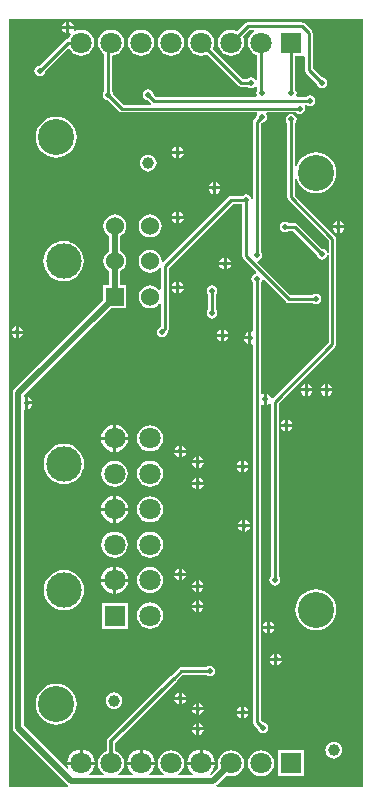
<source format=gbl>
G04*
G04 #@! TF.GenerationSoftware,Altium Limited,Altium Designer,20.0.11 (256)*
G04*
G04 Layer_Physical_Order=2*
G04 Layer_Color=16711680*
%FSLAX44Y44*%
%MOMM*%
G71*
G01*
G75*
%ADD11C,0.2500*%
%ADD13C,0.3000*%
%ADD14C,1.0000*%
%ADD33C,0.5000*%
%ADD37C,3.0480*%
%ADD38C,3.0000*%
%ADD39R,1.5300X1.5300*%
%ADD40C,1.5300*%
%ADD41R,1.8000X1.8000*%
%ADD42C,1.8000*%
%ADD43R,1.8000X1.8000*%
%ADD44C,0.5000*%
G36*
X300000Y0D02*
X176003D01*
X175618Y1270D01*
X176344Y1756D01*
X184269Y9681D01*
X185228Y9283D01*
X188100Y8905D01*
X190972Y9283D01*
X193647Y10391D01*
X195945Y12155D01*
X197708Y14453D01*
X198817Y17128D01*
X199195Y20000D01*
X198817Y22872D01*
X197708Y25547D01*
X195945Y27845D01*
X193647Y29609D01*
X190972Y30717D01*
X188100Y31095D01*
X185228Y30717D01*
X182553Y29609D01*
X180255Y27845D01*
X178491Y25547D01*
X177383Y22872D01*
X177005Y20000D01*
X177383Y17128D01*
X177780Y16169D01*
X171360Y9749D01*
X170521Y9855D01*
X170113Y11142D01*
X170930Y11770D01*
X172780Y14180D01*
X173943Y16988D01*
X174172Y18730D01*
X151228D01*
X151457Y16988D01*
X152620Y14180D01*
X154470Y11770D01*
X155657Y10858D01*
X155226Y9588D01*
X143887D01*
X143455Y10858D01*
X145145Y12155D01*
X146909Y14453D01*
X148017Y17128D01*
X148395Y20000D01*
X148017Y22872D01*
X146909Y25547D01*
X145145Y27845D01*
X142847Y29609D01*
X140172Y30717D01*
X137300Y31095D01*
X134428Y30717D01*
X131753Y29609D01*
X129455Y27845D01*
X127691Y25547D01*
X126583Y22872D01*
X126205Y20000D01*
X126583Y17128D01*
X127691Y14453D01*
X129455Y12155D01*
X131145Y10858D01*
X130713Y9588D01*
X119374D01*
X118943Y10858D01*
X120130Y11770D01*
X121980Y14180D01*
X123143Y16988D01*
X123372Y18730D01*
X100428D01*
X100657Y16988D01*
X101820Y14180D01*
X103670Y11770D01*
X104857Y10858D01*
X104426Y9588D01*
X93087D01*
X92655Y10858D01*
X94345Y12155D01*
X96109Y14453D01*
X97217Y17128D01*
X97595Y20000D01*
X97217Y22872D01*
X96109Y25547D01*
X94345Y27845D01*
X92048Y29609D01*
X90069Y30428D01*
Y37022D01*
X142023Y88977D01*
X142749Y90063D01*
X147373Y94686D01*
X166859D01*
X168244Y93761D01*
X170000Y93412D01*
X171756Y93761D01*
X173244Y94756D01*
X174239Y96244D01*
X174588Y98000D01*
X174239Y99756D01*
X173244Y101244D01*
X171756Y102239D01*
X170000Y102588D01*
X168244Y102239D01*
X166859Y101314D01*
X146000D01*
X144732Y101061D01*
X143657Y100343D01*
X138063Y94749D01*
X136977Y94023D01*
X83977Y41023D01*
X83203Y39866D01*
X82931Y38500D01*
Y30428D01*
X80953Y29609D01*
X78655Y27845D01*
X76891Y25547D01*
X75783Y22872D01*
X75405Y20000D01*
X75783Y17128D01*
X76891Y14453D01*
X78655Y12155D01*
X80344Y10858D01*
X79913Y9588D01*
X68574D01*
X68143Y10858D01*
X69330Y11770D01*
X71180Y14180D01*
X72343Y16988D01*
X72572Y18730D01*
X49628D01*
X49857Y16988D01*
X50253Y16032D01*
X49176Y15312D01*
X12588Y51901D01*
Y319139D01*
X13730Y319993D01*
Y325000D01*
Y330349D01*
X13110Y330823D01*
X13044Y331956D01*
X86439Y405350D01*
X99250D01*
Y424650D01*
X94188D01*
Y436455D01*
X94467Y436571D01*
X96482Y438117D01*
X98029Y440133D01*
X99002Y442481D01*
X99333Y445000D01*
X99002Y447519D01*
X98029Y449867D01*
X96482Y451883D01*
X94467Y453429D01*
X94188Y453545D01*
Y466455D01*
X94467Y466571D01*
X96482Y468118D01*
X98029Y470133D01*
X99002Y472481D01*
X99333Y475000D01*
X99002Y477519D01*
X98029Y479867D01*
X96482Y481883D01*
X94467Y483429D01*
X92119Y484402D01*
X89600Y484733D01*
X87081Y484402D01*
X84733Y483429D01*
X82718Y481883D01*
X81171Y479867D01*
X80198Y477519D01*
X79867Y475000D01*
X80198Y472481D01*
X81171Y470133D01*
X82718Y468118D01*
X84733Y466571D01*
X85012Y466455D01*
Y453545D01*
X84733Y453429D01*
X82718Y451883D01*
X81171Y449867D01*
X80198Y447519D01*
X79867Y445000D01*
X80198Y442481D01*
X81171Y440133D01*
X82718Y438117D01*
X84733Y436571D01*
X85012Y436455D01*
Y424650D01*
X79950D01*
Y411839D01*
X4756Y336644D01*
X3761Y335156D01*
X3412Y333400D01*
Y50000D01*
X3761Y48244D01*
X4756Y46756D01*
X49756Y1756D01*
X50483Y1270D01*
X50097Y0D01*
X0D01*
Y650000D01*
X300000D01*
Y0D01*
D02*
G37*
%LPC*%
G36*
X51270Y647886D02*
Y644270D01*
X54886D01*
X54748Y644967D01*
X53634Y646634D01*
X51967Y647748D01*
X51270Y647886D01*
D02*
G37*
G36*
X48730D02*
X48033Y647748D01*
X46366Y646634D01*
X45252Y644967D01*
X45114Y644270D01*
X48730D01*
Y647886D01*
D02*
G37*
G36*
X248000Y647314D02*
X202100D01*
X200832Y647061D01*
X199757Y646343D01*
X193205Y639792D01*
X190972Y640717D01*
X188100Y641095D01*
X185228Y640717D01*
X182553Y639608D01*
X180255Y637845D01*
X178491Y635547D01*
X177383Y632872D01*
X177005Y630000D01*
X177383Y627128D01*
X178491Y624453D01*
X180255Y622155D01*
X182553Y620392D01*
X185228Y619283D01*
X188100Y618905D01*
X190972Y619283D01*
X193647Y620392D01*
X195945Y622155D01*
X197708Y624453D01*
X198817Y627128D01*
X199195Y630000D01*
X198817Y632872D01*
X197892Y635105D01*
X203473Y640686D01*
X207442D01*
X207702Y639416D01*
X205655Y637845D01*
X203892Y635547D01*
X202783Y632872D01*
X202405Y630000D01*
X202783Y627128D01*
X203892Y624453D01*
X205655Y622155D01*
X207952Y620392D01*
X210186Y619466D01*
Y598624D01*
X208916Y598239D01*
X208244Y599244D01*
X206756Y600239D01*
X205000Y600588D01*
X203244Y600239D01*
X201859Y599314D01*
X198073D01*
X172492Y624895D01*
X173417Y627128D01*
X173795Y630000D01*
X173417Y632872D01*
X172309Y635547D01*
X170545Y637845D01*
X168248Y639608D01*
X165572Y640717D01*
X162700Y641095D01*
X159828Y640717D01*
X157153Y639608D01*
X154855Y637845D01*
X153091Y635547D01*
X151983Y632872D01*
X151605Y630000D01*
X151983Y627128D01*
X153091Y624453D01*
X154855Y622155D01*
X157153Y620392D01*
X159828Y619283D01*
X162700Y618905D01*
X165572Y619283D01*
X167805Y620208D01*
X194357Y593657D01*
X195432Y592939D01*
X196700Y592686D01*
X201859D01*
X203244Y591761D01*
X205000Y591412D01*
X206756Y591761D01*
X208244Y592756D01*
X208916Y593761D01*
X210186Y593376D01*
Y589392D01*
X209761Y588756D01*
X209412Y587000D01*
X209694Y585584D01*
X208972Y584314D01*
X124373D01*
X122564Y586122D01*
X122239Y587756D01*
X121244Y589244D01*
X119756Y590239D01*
X118000Y590588D01*
X116244Y590239D01*
X114756Y589244D01*
X113761Y587756D01*
X113412Y586000D01*
X113761Y584244D01*
X114756Y582756D01*
X116244Y581761D01*
X117878Y581436D01*
X120437Y578877D01*
X120227Y578021D01*
X119947Y577607D01*
X97079D01*
X88564Y586122D01*
X88239Y587756D01*
X87314Y589141D01*
Y619012D01*
X89372Y619283D01*
X92048Y620392D01*
X94345Y622155D01*
X96109Y624453D01*
X97217Y627128D01*
X97595Y630000D01*
X97217Y632872D01*
X96109Y635547D01*
X94345Y637845D01*
X92048Y639608D01*
X89372Y640717D01*
X86500Y641095D01*
X83628Y640717D01*
X80953Y639608D01*
X78655Y637845D01*
X76891Y635547D01*
X75783Y632872D01*
X75405Y630000D01*
X75783Y627128D01*
X76891Y624453D01*
X78655Y622155D01*
X80686Y620596D01*
Y589141D01*
X79761Y587756D01*
X79412Y586000D01*
X79761Y584244D01*
X80756Y582756D01*
X82244Y581761D01*
X83878Y581436D01*
X93364Y571950D01*
X94439Y571232D01*
X95707Y570980D01*
X209744D01*
X210398Y569710D01*
X209761Y568756D01*
X209436Y567122D01*
X207657Y565343D01*
X206939Y564268D01*
X206686Y563000D01*
Y497989D01*
X205416Y497864D01*
X205239Y498756D01*
X204244Y500244D01*
X202756Y501239D01*
X201000Y501588D01*
X199244Y501239D01*
X197859Y500314D01*
X188000D01*
X186732Y500061D01*
X185657Y499343D01*
X130508Y444194D01*
X129305Y444788D01*
X129333Y445000D01*
X129002Y447519D01*
X128029Y449867D01*
X126482Y451883D01*
X124467Y453429D01*
X122119Y454402D01*
X119600Y454733D01*
X117081Y454402D01*
X114733Y453429D01*
X112718Y451883D01*
X111171Y449867D01*
X110198Y447519D01*
X109867Y445000D01*
X110198Y442481D01*
X111171Y440133D01*
X112718Y438117D01*
X114733Y436571D01*
X117081Y435598D01*
X119600Y435267D01*
X122119Y435598D01*
X124467Y436571D01*
X126482Y438117D01*
X127416Y439335D01*
X128686Y438904D01*
Y421096D01*
X127416Y420665D01*
X126482Y421883D01*
X124467Y423429D01*
X122119Y424402D01*
X119600Y424733D01*
X117081Y424402D01*
X114733Y423429D01*
X112718Y421883D01*
X111171Y419867D01*
X110198Y417519D01*
X109867Y415000D01*
X110198Y412481D01*
X111171Y410133D01*
X112718Y408117D01*
X114733Y406571D01*
X117081Y405598D01*
X119600Y405267D01*
X122119Y405598D01*
X124467Y406571D01*
X126482Y408117D01*
X127416Y409335D01*
X128686Y408904D01*
Y389327D01*
X128244Y389239D01*
X126756Y388244D01*
X125761Y386756D01*
X125412Y385000D01*
X125761Y383244D01*
X126756Y381756D01*
X128244Y380761D01*
X130000Y380412D01*
X131756Y380761D01*
X133244Y381756D01*
X134239Y383244D01*
X134588Y385000D01*
X134481Y385540D01*
X135061Y386408D01*
X135314Y387677D01*
Y439627D01*
X189373Y493686D01*
X197686D01*
Y449000D01*
X197939Y447732D01*
X198657Y446657D01*
X209525Y435789D01*
X209107Y434411D01*
X208244Y434239D01*
X206756Y433244D01*
X205761Y431756D01*
X205412Y430000D01*
X205761Y428244D01*
X206686Y426860D01*
Y385678D01*
X205416Y384857D01*
X205270Y384886D01*
Y380000D01*
Y375114D01*
X205416Y375143D01*
X206686Y374322D01*
Y55000D01*
X206939Y53732D01*
X207657Y52657D01*
X210436Y49878D01*
X210761Y48244D01*
X211756Y46756D01*
X213244Y45761D01*
X215000Y45412D01*
X216756Y45761D01*
X218244Y46756D01*
X219239Y48244D01*
X219588Y50000D01*
X219239Y51756D01*
X218244Y53244D01*
X216756Y54239D01*
X215122Y54564D01*
X213314Y56372D01*
Y322874D01*
X214584Y323553D01*
X215033Y323252D01*
X215730Y323114D01*
Y328000D01*
Y332886D01*
X215033Y332748D01*
X214584Y332447D01*
X213314Y333126D01*
Y426860D01*
X214239Y428244D01*
X214411Y429107D01*
X215789Y429525D01*
X234657Y410657D01*
X235732Y409939D01*
X237000Y409686D01*
X256859D01*
X258244Y408761D01*
X260000Y408412D01*
X261756Y408761D01*
X263244Y409756D01*
X264239Y411244D01*
X264588Y413000D01*
X264239Y414756D01*
X263244Y416244D01*
X261756Y417239D01*
X260000Y417588D01*
X258244Y417239D01*
X256859Y416314D01*
X238373D01*
X210475Y444211D01*
X210893Y445589D01*
X211756Y445761D01*
X213244Y446756D01*
X214239Y448244D01*
X214588Y450000D01*
X214239Y451756D01*
X213314Y453140D01*
Y561628D01*
X214122Y562436D01*
X215756Y562761D01*
X217244Y563756D01*
X218239Y565244D01*
X218588Y567000D01*
X218239Y568756D01*
X217602Y569710D01*
X218256Y570980D01*
X243044D01*
X244429Y570054D01*
X246185Y569705D01*
X247941Y570054D01*
X249429Y571049D01*
X250424Y572537D01*
X250773Y574293D01*
X250424Y576049D01*
X250305Y576227D01*
X250853Y577377D01*
X252025Y577575D01*
X253244Y576761D01*
X255000Y576412D01*
X256756Y576761D01*
X258244Y577756D01*
X259239Y579244D01*
X259588Y581000D01*
X259239Y582756D01*
X258244Y584244D01*
X256756Y585239D01*
X255000Y585588D01*
X253244Y585239D01*
X251859Y584314D01*
X244028D01*
X243306Y585584D01*
X243588Y587000D01*
X243239Y588756D01*
X242244Y590244D01*
X242214Y590265D01*
Y619000D01*
X249900D01*
X250686Y618056D01*
Y607000D01*
X250939Y605732D01*
X251657Y604657D01*
X260436Y595878D01*
X260761Y594244D01*
X261756Y592756D01*
X263244Y591761D01*
X265000Y591412D01*
X266756Y591761D01*
X268244Y592756D01*
X269239Y594244D01*
X269588Y596000D01*
X269239Y597756D01*
X268244Y599244D01*
X266756Y600239D01*
X265122Y600564D01*
X257314Y608372D01*
Y638000D01*
X257061Y639268D01*
X256343Y640343D01*
X250343Y646343D01*
X249268Y647061D01*
X249058Y647103D01*
X248000Y647314D01*
D02*
G37*
G36*
X48730Y641730D02*
X45114D01*
X45252Y641033D01*
X46366Y639366D01*
X48033Y638252D01*
X48730Y638114D01*
Y641730D01*
D02*
G37*
G36*
X137300Y641095D02*
X134428Y640717D01*
X131753Y639608D01*
X129455Y637845D01*
X127691Y635547D01*
X126583Y632872D01*
X126205Y630000D01*
X126583Y627128D01*
X127691Y624453D01*
X129455Y622155D01*
X131753Y620392D01*
X134428Y619283D01*
X137300Y618905D01*
X140172Y619283D01*
X142847Y620392D01*
X145145Y622155D01*
X146909Y624453D01*
X148017Y627128D01*
X148395Y630000D01*
X148017Y632872D01*
X146909Y635547D01*
X145145Y637845D01*
X142847Y639608D01*
X140172Y640717D01*
X137300Y641095D01*
D02*
G37*
G36*
X111900D02*
X109028Y640717D01*
X106353Y639608D01*
X104055Y637845D01*
X102291Y635547D01*
X101183Y632872D01*
X100805Y630000D01*
X101183Y627128D01*
X102291Y624453D01*
X104055Y622155D01*
X106353Y620392D01*
X109028Y619283D01*
X111900Y618905D01*
X114772Y619283D01*
X117448Y620392D01*
X119745Y622155D01*
X121509Y624453D01*
X122617Y627128D01*
X122995Y630000D01*
X122617Y632872D01*
X121509Y635547D01*
X119745Y637845D01*
X117448Y639608D01*
X114772Y640717D01*
X111900Y641095D01*
D02*
G37*
G36*
X54886Y641730D02*
X51270D01*
Y638114D01*
X51967Y638252D01*
X52846Y637313D01*
X51491Y635547D01*
X50489Y633128D01*
X49815D01*
X48546Y632876D01*
X47471Y632158D01*
X25878Y610564D01*
X24244Y610239D01*
X22756Y609244D01*
X21761Y607756D01*
X21412Y606000D01*
X21761Y604244D01*
X22756Y602756D01*
X24244Y601761D01*
X26000Y601412D01*
X27756Y601761D01*
X29244Y602756D01*
X30239Y604244D01*
X30564Y605878D01*
X49994Y625308D01*
X51240Y625060D01*
X51491Y624453D01*
X53255Y622155D01*
X55553Y620392D01*
X58228Y619283D01*
X61100Y618905D01*
X63972Y619283D01*
X66648Y620392D01*
X68945Y622155D01*
X70708Y624453D01*
X71817Y627128D01*
X72195Y630000D01*
X71817Y632872D01*
X70708Y635547D01*
X68945Y637845D01*
X66648Y639608D01*
X63972Y640717D01*
X61100Y641095D01*
X58228Y640717D01*
X55553Y639608D01*
X55081Y639247D01*
X54142Y640127D01*
X54748Y641033D01*
X54886Y641730D01*
D02*
G37*
G36*
X144270Y541886D02*
Y538270D01*
X147886D01*
X147748Y538966D01*
X146634Y540634D01*
X144966Y541748D01*
X144270Y541886D01*
D02*
G37*
G36*
X141730D02*
X141033Y541748D01*
X139366Y540634D01*
X138252Y538966D01*
X138114Y538270D01*
X141730D01*
Y541886D01*
D02*
G37*
G36*
X40000Y567323D02*
X36620Y566991D01*
X33371Y566005D01*
X30376Y564404D01*
X27750Y562249D01*
X25596Y559624D01*
X23995Y556629D01*
X23010Y553380D01*
X22677Y550000D01*
X23010Y546620D01*
X23995Y543371D01*
X25596Y540376D01*
X27750Y537751D01*
X30376Y535596D01*
X33371Y533995D01*
X36620Y533009D01*
X40000Y532677D01*
X43380Y533009D01*
X46629Y533995D01*
X49624Y535596D01*
X52249Y537751D01*
X54404Y540376D01*
X56005Y543371D01*
X56990Y546620D01*
X57323Y550000D01*
X56990Y553380D01*
X56005Y556629D01*
X54404Y559624D01*
X52249Y562249D01*
X49624Y564404D01*
X46629Y566005D01*
X43380Y566991D01*
X40000Y567323D01*
D02*
G37*
G36*
X147886Y535730D02*
X144270D01*
Y532114D01*
X144966Y532252D01*
X146634Y533366D01*
X147748Y535033D01*
X147886Y535730D01*
D02*
G37*
G36*
X141730D02*
X138114D01*
X138252Y535033D01*
X139366Y533366D01*
X141033Y532252D01*
X141730Y532114D01*
Y535730D01*
D02*
G37*
G36*
X118000Y535060D02*
X116173Y534820D01*
X114470Y534114D01*
X113007Y532992D01*
X111885Y531530D01*
X111180Y529827D01*
X110940Y528000D01*
X111180Y526173D01*
X111885Y524470D01*
X113007Y523008D01*
X114470Y521885D01*
X116173Y521180D01*
X118000Y520940D01*
X119827Y521180D01*
X121530Y521885D01*
X122992Y523008D01*
X124114Y524470D01*
X124820Y526173D01*
X125060Y528000D01*
X124820Y529827D01*
X124114Y531530D01*
X122992Y532992D01*
X121530Y534114D01*
X119827Y534820D01*
X118000Y535060D01*
D02*
G37*
G36*
X175270Y511886D02*
Y508270D01*
X178886D01*
X178748Y508966D01*
X177634Y510634D01*
X175966Y511748D01*
X175270Y511886D01*
D02*
G37*
G36*
X172730D02*
X172034Y511748D01*
X170366Y510634D01*
X169252Y508966D01*
X169114Y508270D01*
X172730D01*
Y511886D01*
D02*
G37*
G36*
X239000Y569588D02*
X237244Y569239D01*
X235756Y568244D01*
X234761Y566756D01*
X234412Y565000D01*
X234761Y563244D01*
X235686Y561860D01*
Y499000D01*
X235939Y497732D01*
X236657Y496657D01*
X270686Y462627D01*
Y451989D01*
X269416Y451864D01*
X269239Y452756D01*
X268244Y454244D01*
X266756Y455239D01*
X265122Y455564D01*
X244343Y476343D01*
X243268Y477061D01*
X242000Y477314D01*
X237141D01*
X235756Y478239D01*
X234000Y478588D01*
X232244Y478239D01*
X230756Y477244D01*
X229761Y475756D01*
X229412Y474000D01*
X229761Y472244D01*
X230756Y470756D01*
X232244Y469761D01*
X234000Y469412D01*
X235756Y469761D01*
X237141Y470686D01*
X240627D01*
X260436Y450878D01*
X260761Y449244D01*
X261756Y447756D01*
X263244Y446761D01*
X265000Y446412D01*
X266756Y446761D01*
X268244Y447756D01*
X269239Y449244D01*
X269416Y450136D01*
X270686Y450011D01*
Y376373D01*
X223248Y328934D01*
X221870Y329352D01*
X221748Y329967D01*
X220634Y331634D01*
X218967Y332748D01*
X218270Y332886D01*
Y328000D01*
Y323114D01*
X218967Y323252D01*
X220416Y324221D01*
X221686Y323830D01*
Y178141D01*
X220761Y176756D01*
X220412Y175000D01*
X220761Y173244D01*
X221756Y171756D01*
X223244Y170761D01*
X225000Y170412D01*
X226756Y170761D01*
X228244Y171756D01*
X229239Y173244D01*
X229588Y175000D01*
X229239Y176756D01*
X228314Y178141D01*
Y324627D01*
X276343Y372657D01*
X277061Y373732D01*
X277314Y375000D01*
Y464000D01*
X277061Y465268D01*
X276343Y466343D01*
X242314Y500373D01*
Y514539D01*
X243584Y514727D01*
X243995Y513371D01*
X245596Y510376D01*
X247750Y507751D01*
X250376Y505596D01*
X253371Y503995D01*
X256620Y503009D01*
X260000Y502677D01*
X263380Y503009D01*
X266629Y503995D01*
X269624Y505596D01*
X272250Y507751D01*
X274404Y510376D01*
X276005Y513371D01*
X276991Y516620D01*
X277323Y520000D01*
X276991Y523380D01*
X276005Y526629D01*
X274404Y529624D01*
X272250Y532249D01*
X269624Y534404D01*
X266629Y536005D01*
X263380Y536991D01*
X260000Y537323D01*
X256620Y536991D01*
X253371Y536005D01*
X250376Y534404D01*
X247750Y532249D01*
X245596Y529624D01*
X243995Y526629D01*
X243584Y525273D01*
X242314Y525461D01*
Y561860D01*
X243239Y563244D01*
X243588Y565000D01*
X243239Y566756D01*
X242244Y568244D01*
X240756Y569239D01*
X239000Y569588D01*
D02*
G37*
G36*
X178886Y505730D02*
X175270D01*
Y502114D01*
X175966Y502252D01*
X177634Y503366D01*
X178748Y505033D01*
X178886Y505730D01*
D02*
G37*
G36*
X172730D02*
X169114D01*
X169252Y505033D01*
X170366Y503366D01*
X172034Y502252D01*
X172730Y502114D01*
Y505730D01*
D02*
G37*
G36*
X144270Y486886D02*
Y483270D01*
X147886D01*
X147748Y483966D01*
X146634Y485634D01*
X144966Y486748D01*
X144270Y486886D01*
D02*
G37*
G36*
X141730D02*
X141033Y486748D01*
X139366Y485634D01*
X138252Y483966D01*
X138114Y483270D01*
X141730D01*
Y486886D01*
D02*
G37*
G36*
X147886Y480730D02*
X144270D01*
Y477114D01*
X144966Y477252D01*
X146634Y478366D01*
X147748Y480033D01*
X147886Y480730D01*
D02*
G37*
G36*
X141730D02*
X138114D01*
X138252Y480033D01*
X139366Y478366D01*
X141033Y477252D01*
X141730Y477114D01*
Y480730D01*
D02*
G37*
G36*
X280270Y478886D02*
Y475270D01*
X283886D01*
X283748Y475966D01*
X282634Y477634D01*
X280966Y478748D01*
X280270Y478886D01*
D02*
G37*
G36*
X277730D02*
X277034Y478748D01*
X275366Y477634D01*
X274252Y475966D01*
X274114Y475270D01*
X277730D01*
Y478886D01*
D02*
G37*
G36*
X283886Y472730D02*
X280270D01*
Y469114D01*
X280966Y469252D01*
X282634Y470366D01*
X283748Y472034D01*
X283886Y472730D01*
D02*
G37*
G36*
X277730D02*
X274114D01*
X274252Y472034D01*
X275366Y470366D01*
X277034Y469252D01*
X277730Y469114D01*
Y472730D01*
D02*
G37*
G36*
X119600Y484733D02*
X117081Y484402D01*
X114733Y483429D01*
X112718Y481883D01*
X111171Y479867D01*
X110198Y477519D01*
X109867Y475000D01*
X110198Y472481D01*
X111171Y470133D01*
X112718Y468118D01*
X114733Y466571D01*
X117081Y465598D01*
X119600Y465267D01*
X122119Y465598D01*
X124467Y466571D01*
X126482Y468118D01*
X128029Y470133D01*
X129002Y472481D01*
X129333Y475000D01*
X129002Y477519D01*
X128029Y479867D01*
X126482Y481883D01*
X124467Y483429D01*
X122119Y484402D01*
X119600Y484733D01*
D02*
G37*
G36*
X184270Y447886D02*
Y444270D01*
X187886D01*
X187748Y444967D01*
X186634Y446634D01*
X184967Y447748D01*
X184270Y447886D01*
D02*
G37*
G36*
X181730D02*
X181033Y447748D01*
X179366Y446634D01*
X178252Y444967D01*
X178114Y444270D01*
X181730D01*
Y447886D01*
D02*
G37*
G36*
X187886Y441730D02*
X184270D01*
Y438114D01*
X184967Y438252D01*
X186634Y439366D01*
X187748Y441034D01*
X187886Y441730D01*
D02*
G37*
G36*
X181730D02*
X178114D01*
X178252Y441034D01*
X179366Y439366D01*
X181033Y438252D01*
X181730Y438114D01*
Y441730D01*
D02*
G37*
G36*
X46400Y462082D02*
X43067Y461754D01*
X39863Y460782D01*
X36910Y459203D01*
X34321Y457079D01*
X32197Y454490D01*
X30618Y451537D01*
X29646Y448333D01*
X29318Y445000D01*
X29646Y441667D01*
X30618Y438463D01*
X32197Y435510D01*
X34321Y432921D01*
X36910Y430797D01*
X39863Y429218D01*
X43067Y428246D01*
X46400Y427918D01*
X49733Y428246D01*
X52937Y429218D01*
X55890Y430797D01*
X58479Y432921D01*
X60603Y435510D01*
X62182Y438463D01*
X63154Y441667D01*
X63482Y445000D01*
X63154Y448333D01*
X62182Y451537D01*
X60603Y454490D01*
X58479Y457079D01*
X55890Y459203D01*
X52937Y460782D01*
X49733Y461754D01*
X46400Y462082D01*
D02*
G37*
G36*
X144270Y427886D02*
Y424270D01*
X147886D01*
X147748Y424967D01*
X146634Y426634D01*
X144966Y427748D01*
X144270Y427886D01*
D02*
G37*
G36*
X141730D02*
X141033Y427748D01*
X139366Y426634D01*
X138252Y424967D01*
X138114Y424270D01*
X141730D01*
Y427886D01*
D02*
G37*
G36*
X147886Y421730D02*
X144270D01*
Y418114D01*
X144966Y418252D01*
X146634Y419366D01*
X147748Y421034D01*
X147886Y421730D01*
D02*
G37*
G36*
X141730D02*
X138114D01*
X138252Y421034D01*
X139366Y419366D01*
X141033Y418252D01*
X141730Y418114D01*
Y421730D01*
D02*
G37*
G36*
X172000Y424588D02*
X170244Y424239D01*
X168756Y423244D01*
X167761Y421756D01*
X167412Y420000D01*
X167761Y418244D01*
X168686Y416860D01*
Y404141D01*
X167761Y402756D01*
X167412Y401000D01*
X167761Y399244D01*
X168756Y397756D01*
X170244Y396761D01*
X172000Y396412D01*
X173756Y396761D01*
X175244Y397756D01*
X176239Y399244D01*
X176588Y401000D01*
X176239Y402756D01*
X175314Y404141D01*
Y416860D01*
X176239Y418244D01*
X176588Y420000D01*
X176239Y421756D01*
X175244Y423244D01*
X173756Y424239D01*
X172000Y424588D01*
D02*
G37*
G36*
X8270Y389886D02*
Y386270D01*
X11886D01*
X11748Y386967D01*
X10634Y388634D01*
X8967Y389748D01*
X8270Y389886D01*
D02*
G37*
G36*
X5730D02*
X5034Y389748D01*
X3366Y388634D01*
X2252Y386967D01*
X2114Y386270D01*
X5730D01*
Y389886D01*
D02*
G37*
G36*
X182270Y386886D02*
Y383270D01*
X185886D01*
X185748Y383966D01*
X184634Y385634D01*
X182966Y386748D01*
X182270Y386886D01*
D02*
G37*
G36*
X179730D02*
X179034Y386748D01*
X177366Y385634D01*
X176252Y383966D01*
X176114Y383270D01*
X179730D01*
Y386886D01*
D02*
G37*
G36*
X202730Y384886D02*
X202034Y384748D01*
X200366Y383634D01*
X199252Y381967D01*
X199114Y381270D01*
X202730D01*
Y384886D01*
D02*
G37*
G36*
X11886Y383730D02*
X8270D01*
Y380114D01*
X8967Y380252D01*
X10634Y381366D01*
X11748Y383033D01*
X11886Y383730D01*
D02*
G37*
G36*
X5730D02*
X2114D01*
X2252Y383033D01*
X3366Y381366D01*
X5034Y380252D01*
X5730Y380114D01*
Y383730D01*
D02*
G37*
G36*
X185886Y380730D02*
X182270D01*
Y377114D01*
X182966Y377252D01*
X184634Y378366D01*
X185748Y380033D01*
X185886Y380730D01*
D02*
G37*
G36*
X179730D02*
X176114D01*
X176252Y380033D01*
X177366Y378366D01*
X179034Y377252D01*
X179730Y377114D01*
Y380730D01*
D02*
G37*
G36*
X202730Y378730D02*
X199114D01*
X199252Y378033D01*
X200366Y376366D01*
X202034Y375252D01*
X202730Y375114D01*
Y378730D01*
D02*
G37*
G36*
X270270Y340886D02*
Y337270D01*
X273886D01*
X273748Y337966D01*
X272634Y339634D01*
X270966Y340748D01*
X270270Y340886D01*
D02*
G37*
G36*
X267730D02*
X267034Y340748D01*
X265366Y339634D01*
X264252Y337966D01*
X264114Y337270D01*
X267730D01*
Y340886D01*
D02*
G37*
G36*
X253270D02*
Y337270D01*
X256886D01*
X256748Y337966D01*
X255634Y339634D01*
X253967Y340748D01*
X253270Y340886D01*
D02*
G37*
G36*
X250730D02*
X250033Y340748D01*
X248366Y339634D01*
X247252Y337966D01*
X247114Y337270D01*
X250730D01*
Y340886D01*
D02*
G37*
G36*
X273886Y334730D02*
X270270D01*
Y331114D01*
X270966Y331252D01*
X272634Y332366D01*
X273748Y334034D01*
X273886Y334730D01*
D02*
G37*
G36*
X267730D02*
X264114D01*
X264252Y334034D01*
X265366Y332366D01*
X267034Y331252D01*
X267730Y331114D01*
Y334730D01*
D02*
G37*
G36*
X256886D02*
X253270D01*
Y331114D01*
X253967Y331252D01*
X255634Y332366D01*
X256748Y334034D01*
X256886Y334730D01*
D02*
G37*
G36*
X250730D02*
X247114D01*
X247252Y334034D01*
X248366Y332366D01*
X250033Y331252D01*
X250730Y331114D01*
Y334730D01*
D02*
G37*
G36*
X16270Y329886D02*
Y326270D01*
X19886D01*
X19748Y326967D01*
X18634Y328634D01*
X16967Y329748D01*
X16270Y329886D01*
D02*
G37*
G36*
X19886Y323730D02*
X16270D01*
Y320114D01*
X16967Y320252D01*
X18634Y321366D01*
X19748Y323033D01*
X19886Y323730D01*
D02*
G37*
G36*
X236270Y310886D02*
Y307270D01*
X239886D01*
X239748Y307966D01*
X238634Y309634D01*
X236966Y310748D01*
X236270Y310886D01*
D02*
G37*
G36*
X233730D02*
X233034Y310748D01*
X231366Y309634D01*
X230252Y307966D01*
X230114Y307270D01*
X233730D01*
Y310886D01*
D02*
G37*
G36*
X239886Y304730D02*
X236270D01*
Y301114D01*
X236966Y301252D01*
X238634Y302366D01*
X239748Y304034D01*
X239886Y304730D01*
D02*
G37*
G36*
X233730D02*
X230114D01*
X230252Y304034D01*
X231366Y302366D01*
X233034Y301252D01*
X233730Y301114D01*
Y304730D01*
D02*
G37*
G36*
X90770Y306472D02*
Y296270D01*
X100972D01*
X100743Y298013D01*
X99580Y300820D01*
X97730Y303230D01*
X95320Y305080D01*
X92513Y306243D01*
X90770Y306472D01*
D02*
G37*
G36*
X88230Y306472D02*
X86488Y306243D01*
X83680Y305080D01*
X81270Y303230D01*
X79420Y300820D01*
X78257Y298013D01*
X78028Y296270D01*
X88230D01*
Y306472D01*
D02*
G37*
G36*
X146270Y288886D02*
Y285270D01*
X149886D01*
X149748Y285966D01*
X148634Y287634D01*
X146966Y288748D01*
X146270Y288886D01*
D02*
G37*
G36*
X143730D02*
X143034Y288748D01*
X141366Y287634D01*
X140252Y285966D01*
X140114Y285270D01*
X143730D01*
Y288886D01*
D02*
G37*
G36*
X119500Y306095D02*
X116628Y305717D01*
X113953Y304608D01*
X111655Y302845D01*
X109892Y300548D01*
X108783Y297872D01*
X108405Y295000D01*
X108783Y292129D01*
X109892Y289453D01*
X111655Y287155D01*
X113953Y285392D01*
X116628Y284283D01*
X119500Y283905D01*
X122372Y284283D01*
X125048Y285392D01*
X127345Y287155D01*
X129108Y289453D01*
X130217Y292129D01*
X130595Y295000D01*
X130217Y297872D01*
X129108Y300548D01*
X127345Y302845D01*
X125048Y304608D01*
X122372Y305717D01*
X119500Y306095D01*
D02*
G37*
G36*
X100972Y293730D02*
X90770D01*
Y283528D01*
X92513Y283757D01*
X95320Y284920D01*
X97730Y286770D01*
X99580Y289180D01*
X100743Y291987D01*
X100972Y293730D01*
D02*
G37*
G36*
X88230D02*
X78028D01*
X78257Y291987D01*
X79420Y289180D01*
X81270Y286770D01*
X83680Y284920D01*
X86488Y283757D01*
X88230Y283528D01*
Y293730D01*
D02*
G37*
G36*
X149886Y282730D02*
X146270D01*
Y279114D01*
X146966Y279252D01*
X148634Y280366D01*
X149748Y282034D01*
X149886Y282730D01*
D02*
G37*
G36*
X143730D02*
X140114D01*
X140252Y282034D01*
X141366Y280366D01*
X143034Y279252D01*
X143730Y279114D01*
Y282730D01*
D02*
G37*
G36*
X161270Y279886D02*
Y276270D01*
X164886D01*
X164748Y276966D01*
X163634Y278634D01*
X161966Y279748D01*
X161270Y279886D01*
D02*
G37*
G36*
X158730D02*
X158034Y279748D01*
X156366Y278634D01*
X155252Y276966D01*
X155114Y276270D01*
X158730D01*
Y279886D01*
D02*
G37*
G36*
X199270Y275886D02*
Y272270D01*
X202886D01*
X202748Y272966D01*
X201634Y274634D01*
X199967Y275748D01*
X199270Y275886D01*
D02*
G37*
G36*
X196730D02*
X196033Y275748D01*
X194366Y274634D01*
X193252Y272966D01*
X193114Y272270D01*
X196730D01*
Y275886D01*
D02*
G37*
G36*
X164886Y273730D02*
X161270D01*
Y270114D01*
X161966Y270252D01*
X163634Y271366D01*
X164748Y273034D01*
X164886Y273730D01*
D02*
G37*
G36*
X158730D02*
X155114D01*
X155252Y273034D01*
X156366Y271366D01*
X158034Y270252D01*
X158730Y270114D01*
Y273730D01*
D02*
G37*
G36*
X202886Y269730D02*
X199270D01*
Y266114D01*
X199967Y266252D01*
X201634Y267366D01*
X202748Y269034D01*
X202886Y269730D01*
D02*
G37*
G36*
X196730D02*
X193114D01*
X193252Y269034D01*
X194366Y267366D01*
X196033Y266252D01*
X196730Y266114D01*
Y269730D01*
D02*
G37*
G36*
X161270Y261886D02*
Y258270D01*
X164886D01*
X164748Y258967D01*
X163634Y260634D01*
X161966Y261748D01*
X161270Y261886D01*
D02*
G37*
G36*
X158730D02*
X158034Y261748D01*
X156366Y260634D01*
X155252Y258967D01*
X155114Y258270D01*
X158730D01*
Y261886D01*
D02*
G37*
G36*
X46500Y290582D02*
X43168Y290254D01*
X39963Y289282D01*
X37010Y287703D01*
X34421Y285579D01*
X32297Y282990D01*
X30718Y280037D01*
X29746Y276833D01*
X29418Y273500D01*
X29746Y270168D01*
X30718Y266963D01*
X32297Y264010D01*
X34421Y261421D01*
X37010Y259297D01*
X39963Y257718D01*
X43168Y256746D01*
X46500Y256418D01*
X49833Y256746D01*
X53037Y257718D01*
X55990Y259297D01*
X58579Y261421D01*
X60703Y264010D01*
X62282Y266963D01*
X63254Y270168D01*
X63582Y273500D01*
X63254Y276833D01*
X62282Y280037D01*
X60703Y282990D01*
X58579Y285579D01*
X55990Y287703D01*
X53037Y289282D01*
X49833Y290254D01*
X46500Y290582D01*
D02*
G37*
G36*
X119500Y276095D02*
X116628Y275717D01*
X113953Y274608D01*
X111655Y272845D01*
X109892Y270548D01*
X108783Y267872D01*
X108405Y265000D01*
X108783Y262129D01*
X109892Y259453D01*
X111655Y257155D01*
X113953Y255392D01*
X116628Y254283D01*
X119500Y253905D01*
X122372Y254283D01*
X125048Y255392D01*
X127345Y257155D01*
X129108Y259453D01*
X130217Y262129D01*
X130595Y265000D01*
X130217Y267872D01*
X129108Y270548D01*
X127345Y272845D01*
X125048Y274608D01*
X122372Y275717D01*
X119500Y276095D01*
D02*
G37*
G36*
X89500D02*
X86629Y275717D01*
X83953Y274608D01*
X81655Y272845D01*
X79892Y270548D01*
X78783Y267872D01*
X78405Y265000D01*
X78783Y262129D01*
X79892Y259453D01*
X81655Y257155D01*
X83953Y255392D01*
X86629Y254283D01*
X89500Y253905D01*
X92372Y254283D01*
X95048Y255392D01*
X97345Y257155D01*
X99108Y259453D01*
X100217Y262129D01*
X100595Y265000D01*
X100217Y267872D01*
X99108Y270548D01*
X97345Y272845D01*
X95048Y274608D01*
X92372Y275717D01*
X89500Y276095D01*
D02*
G37*
G36*
X164886Y255730D02*
X161270D01*
Y252114D01*
X161966Y252252D01*
X163634Y253366D01*
X164748Y255033D01*
X164886Y255730D01*
D02*
G37*
G36*
X158730D02*
X155114D01*
X155252Y255033D01*
X156366Y253366D01*
X158034Y252252D01*
X158730Y252114D01*
Y255730D01*
D02*
G37*
G36*
X90770Y246472D02*
Y236270D01*
X100972D01*
X100743Y238013D01*
X99580Y240820D01*
X97730Y243230D01*
X95320Y245080D01*
X92513Y246243D01*
X90770Y246472D01*
D02*
G37*
G36*
X88230Y246472D02*
X86488Y246243D01*
X83680Y245080D01*
X81270Y243230D01*
X79420Y240820D01*
X78257Y238013D01*
X78028Y236270D01*
X88230D01*
Y246472D01*
D02*
G37*
G36*
X119500Y246095D02*
X116628Y245717D01*
X113953Y244608D01*
X111655Y242845D01*
X109892Y240548D01*
X108783Y237872D01*
X108405Y235000D01*
X108783Y232129D01*
X109892Y229453D01*
X111655Y227155D01*
X113953Y225392D01*
X116628Y224283D01*
X119500Y223905D01*
X122372Y224283D01*
X125048Y225392D01*
X127345Y227155D01*
X129108Y229453D01*
X130217Y232129D01*
X130595Y235000D01*
X130217Y237872D01*
X129108Y240548D01*
X127345Y242845D01*
X125048Y244608D01*
X122372Y245717D01*
X119500Y246095D01*
D02*
G37*
G36*
X100972Y233730D02*
X90770D01*
Y223528D01*
X92513Y223757D01*
X95320Y224920D01*
X97730Y226770D01*
X99580Y229180D01*
X100743Y231987D01*
X100972Y233730D01*
D02*
G37*
G36*
X88230D02*
X78028D01*
X78257Y231987D01*
X79420Y229180D01*
X81270Y226770D01*
X83680Y224920D01*
X86488Y223757D01*
X88230Y223528D01*
Y233730D01*
D02*
G37*
G36*
X200270Y225886D02*
Y222270D01*
X203886D01*
X203748Y222966D01*
X202634Y224634D01*
X200966Y225748D01*
X200270Y225886D01*
D02*
G37*
G36*
X197730D02*
X197034Y225748D01*
X195366Y224634D01*
X194252Y222966D01*
X194114Y222270D01*
X197730D01*
Y225886D01*
D02*
G37*
G36*
X203886Y219730D02*
X200270D01*
Y216114D01*
X200966Y216252D01*
X202634Y217366D01*
X203748Y219034D01*
X203886Y219730D01*
D02*
G37*
G36*
X197730D02*
X194114D01*
X194252Y219034D01*
X195366Y217366D01*
X197034Y216252D01*
X197730Y216114D01*
Y219730D01*
D02*
G37*
G36*
X119500Y216095D02*
X116628Y215717D01*
X113953Y214608D01*
X111655Y212845D01*
X109892Y210548D01*
X108783Y207872D01*
X108405Y205000D01*
X108783Y202129D01*
X109892Y199453D01*
X111655Y197155D01*
X113953Y195392D01*
X116628Y194283D01*
X119500Y193905D01*
X122372Y194283D01*
X125048Y195392D01*
X127345Y197155D01*
X129108Y199453D01*
X130217Y202129D01*
X130595Y205000D01*
X130217Y207872D01*
X129108Y210548D01*
X127345Y212845D01*
X125048Y214608D01*
X122372Y215717D01*
X119500Y216095D01*
D02*
G37*
G36*
X89500D02*
X86629Y215717D01*
X83953Y214608D01*
X81655Y212845D01*
X79892Y210548D01*
X78783Y207872D01*
X78405Y205000D01*
X78783Y202129D01*
X79892Y199453D01*
X81655Y197155D01*
X83953Y195392D01*
X86629Y194283D01*
X89500Y193905D01*
X92372Y194283D01*
X95048Y195392D01*
X97345Y197155D01*
X99108Y199453D01*
X100217Y202129D01*
X100595Y205000D01*
X100217Y207872D01*
X99108Y210548D01*
X97345Y212845D01*
X95048Y214608D01*
X92372Y215717D01*
X89500Y216095D01*
D02*
G37*
G36*
X146270Y184886D02*
Y181270D01*
X149886D01*
X149748Y181966D01*
X148634Y183634D01*
X146966Y184748D01*
X146270Y184886D01*
D02*
G37*
G36*
X143730D02*
X143034Y184748D01*
X141366Y183634D01*
X140252Y181966D01*
X140114Y181270D01*
X143730D01*
Y184886D01*
D02*
G37*
G36*
X90770Y186472D02*
Y176270D01*
X100972D01*
X100743Y178013D01*
X99580Y180820D01*
X97730Y183230D01*
X95320Y185080D01*
X92513Y186243D01*
X90770Y186472D01*
D02*
G37*
G36*
X88230D02*
X86488Y186243D01*
X83680Y185080D01*
X81270Y183230D01*
X79420Y180820D01*
X78257Y178013D01*
X78028Y176270D01*
X88230D01*
Y186472D01*
D02*
G37*
G36*
X149886Y178730D02*
X146270D01*
Y175114D01*
X146966Y175252D01*
X148634Y176366D01*
X149748Y178034D01*
X149886Y178730D01*
D02*
G37*
G36*
X143730D02*
X140114D01*
X140252Y178034D01*
X141366Y176366D01*
X143034Y175252D01*
X143730Y175114D01*
Y178730D01*
D02*
G37*
G36*
X161270Y174886D02*
Y171270D01*
X164886D01*
X164748Y171966D01*
X163634Y173634D01*
X161966Y174748D01*
X161270Y174886D01*
D02*
G37*
G36*
X158730D02*
X158034Y174748D01*
X156366Y173634D01*
X155252Y171966D01*
X155114Y171270D01*
X158730D01*
Y174886D01*
D02*
G37*
G36*
X164886Y168730D02*
X161270D01*
Y165114D01*
X161966Y165252D01*
X163634Y166366D01*
X164748Y168034D01*
X164886Y168730D01*
D02*
G37*
G36*
X158730D02*
X155114D01*
X155252Y168034D01*
X156366Y166366D01*
X158034Y165252D01*
X158730Y165114D01*
Y168730D01*
D02*
G37*
G36*
X119500Y186095D02*
X116628Y185717D01*
X113953Y184608D01*
X111655Y182845D01*
X109892Y180548D01*
X108783Y177872D01*
X108405Y175000D01*
X108783Y172129D01*
X109892Y169453D01*
X111655Y167155D01*
X113953Y165392D01*
X116628Y164283D01*
X119500Y163905D01*
X122372Y164283D01*
X125048Y165392D01*
X127345Y167155D01*
X129108Y169453D01*
X130217Y172129D01*
X130595Y175000D01*
X130217Y177872D01*
X129108Y180548D01*
X127345Y182845D01*
X125048Y184608D01*
X122372Y185717D01*
X119500Y186095D01*
D02*
G37*
G36*
X100972Y173730D02*
X90770D01*
Y163528D01*
X92513Y163757D01*
X95320Y164920D01*
X97730Y166770D01*
X99580Y169180D01*
X100743Y171987D01*
X100972Y173730D01*
D02*
G37*
G36*
X88230D02*
X78028D01*
X78257Y171987D01*
X79420Y169180D01*
X81270Y166770D01*
X83680Y164920D01*
X86488Y163757D01*
X88230Y163528D01*
Y173730D01*
D02*
G37*
G36*
X161270Y157886D02*
Y154270D01*
X164886D01*
X164748Y154966D01*
X163634Y156634D01*
X161966Y157748D01*
X161270Y157886D01*
D02*
G37*
G36*
X158730D02*
X158034Y157748D01*
X156366Y156634D01*
X155252Y154966D01*
X155114Y154270D01*
X158730D01*
Y157886D01*
D02*
G37*
G36*
X46500Y183582D02*
X43168Y183254D01*
X39963Y182282D01*
X37010Y180703D01*
X34421Y178579D01*
X32297Y175990D01*
X30718Y173037D01*
X29746Y169833D01*
X29418Y166500D01*
X29746Y163167D01*
X30718Y159963D01*
X32297Y157010D01*
X34421Y154421D01*
X37010Y152297D01*
X39963Y150718D01*
X43168Y149746D01*
X46500Y149418D01*
X49833Y149746D01*
X53037Y150718D01*
X55990Y152297D01*
X58579Y154421D01*
X60703Y157010D01*
X62282Y159963D01*
X63254Y163167D01*
X63582Y166500D01*
X63254Y169833D01*
X62282Y173037D01*
X60703Y175990D01*
X58579Y178579D01*
X55990Y180703D01*
X53037Y182282D01*
X49833Y183254D01*
X46500Y183582D01*
D02*
G37*
G36*
X164886Y151730D02*
X161270D01*
Y148114D01*
X161966Y148252D01*
X163634Y149366D01*
X164748Y151033D01*
X164886Y151730D01*
D02*
G37*
G36*
X158730D02*
X155114D01*
X155252Y151033D01*
X156366Y149366D01*
X158034Y148252D01*
X158730Y148114D01*
Y151730D01*
D02*
G37*
G36*
X221270Y139886D02*
Y136270D01*
X224886D01*
X224748Y136966D01*
X223634Y138634D01*
X221966Y139748D01*
X221270Y139886D01*
D02*
G37*
G36*
X218730D02*
X218034Y139748D01*
X216366Y138634D01*
X215252Y136966D01*
X215114Y136270D01*
X218730D01*
Y139886D01*
D02*
G37*
G36*
X100500Y156000D02*
X78500D01*
Y134000D01*
X100500D01*
Y156000D01*
D02*
G37*
G36*
X119500Y156095D02*
X116628Y155717D01*
X113953Y154608D01*
X111655Y152845D01*
X109892Y150548D01*
X108783Y147872D01*
X108405Y145000D01*
X108783Y142128D01*
X109892Y139453D01*
X111655Y137155D01*
X113953Y135392D01*
X116628Y134283D01*
X119500Y133905D01*
X122372Y134283D01*
X125048Y135392D01*
X127345Y137155D01*
X129108Y139453D01*
X130217Y142128D01*
X130595Y145000D01*
X130217Y147872D01*
X129108Y150548D01*
X127345Y152845D01*
X125048Y154608D01*
X122372Y155717D01*
X119500Y156095D01*
D02*
G37*
G36*
X260000Y167323D02*
X256620Y166991D01*
X253371Y166005D01*
X250376Y164404D01*
X247750Y162250D01*
X245596Y159624D01*
X243995Y156629D01*
X243009Y153380D01*
X242677Y150000D01*
X243009Y146620D01*
X243995Y143371D01*
X245596Y140376D01*
X247750Y137751D01*
X250376Y135596D01*
X253371Y133995D01*
X256620Y133010D01*
X260000Y132677D01*
X263380Y133010D01*
X266629Y133995D01*
X269624Y135596D01*
X272250Y137751D01*
X274404Y140376D01*
X276005Y143371D01*
X276991Y146620D01*
X277323Y150000D01*
X276991Y153380D01*
X276005Y156629D01*
X274404Y159624D01*
X272250Y162250D01*
X269624Y164404D01*
X266629Y166005D01*
X263380Y166991D01*
X260000Y167323D01*
D02*
G37*
G36*
X224886Y133730D02*
X221270D01*
Y130114D01*
X221966Y130252D01*
X223634Y131366D01*
X224748Y133034D01*
X224886Y133730D01*
D02*
G37*
G36*
X218730D02*
X215114D01*
X215252Y133034D01*
X216366Y131366D01*
X218034Y130252D01*
X218730Y130114D01*
Y133730D01*
D02*
G37*
G36*
X227270Y112886D02*
Y109270D01*
X230886D01*
X230748Y109966D01*
X229634Y111634D01*
X227966Y112748D01*
X227270Y112886D01*
D02*
G37*
G36*
X224730D02*
X224034Y112748D01*
X222366Y111634D01*
X221252Y109966D01*
X221114Y109270D01*
X224730D01*
Y112886D01*
D02*
G37*
G36*
X230886Y106730D02*
X227270D01*
Y103114D01*
X227966Y103252D01*
X229634Y104366D01*
X230748Y106033D01*
X230886Y106730D01*
D02*
G37*
G36*
X224730D02*
X221114D01*
X221252Y106033D01*
X222366Y104366D01*
X224034Y103252D01*
X224730Y103114D01*
Y106730D01*
D02*
G37*
G36*
X146270Y79886D02*
Y76270D01*
X149886D01*
X149748Y76967D01*
X148634Y78634D01*
X146966Y79748D01*
X146270Y79886D01*
D02*
G37*
G36*
X143730D02*
X143034Y79748D01*
X141366Y78634D01*
X140252Y76967D01*
X140114Y76270D01*
X143730D01*
Y79886D01*
D02*
G37*
G36*
X149886Y73730D02*
X146270D01*
Y70114D01*
X146966Y70252D01*
X148634Y71366D01*
X149748Y73033D01*
X149886Y73730D01*
D02*
G37*
G36*
X143730D02*
X140114D01*
X140252Y73033D01*
X141366Y71366D01*
X143034Y70252D01*
X143730Y70114D01*
Y73730D01*
D02*
G37*
G36*
X161270Y70886D02*
Y67270D01*
X164886D01*
X164748Y67966D01*
X163634Y69634D01*
X161966Y70748D01*
X161270Y70886D01*
D02*
G37*
G36*
X158730D02*
X158034Y70748D01*
X156366Y69634D01*
X155252Y67966D01*
X155114Y67270D01*
X158730D01*
Y70886D01*
D02*
G37*
G36*
X89000Y80060D02*
X87173Y79820D01*
X85470Y79114D01*
X84008Y77993D01*
X82886Y76530D01*
X82180Y74827D01*
X81940Y73000D01*
X82180Y71173D01*
X82886Y69470D01*
X84008Y68008D01*
X85470Y66885D01*
X87173Y66180D01*
X89000Y65940D01*
X90827Y66180D01*
X92530Y66885D01*
X93992Y68008D01*
X95114Y69470D01*
X95820Y71173D01*
X96060Y73000D01*
X95820Y74827D01*
X95114Y76530D01*
X93992Y77993D01*
X92530Y79114D01*
X90827Y79820D01*
X89000Y80060D01*
D02*
G37*
G36*
X199270Y67886D02*
Y64270D01*
X202886D01*
X202748Y64967D01*
X201634Y66634D01*
X199967Y67748D01*
X199270Y67886D01*
D02*
G37*
G36*
X196730D02*
X196033Y67748D01*
X194366Y66634D01*
X193252Y64967D01*
X193114Y64270D01*
X196730D01*
Y67886D01*
D02*
G37*
G36*
X164886Y64730D02*
X161270D01*
Y61114D01*
X161966Y61252D01*
X163634Y62366D01*
X164748Y64033D01*
X164886Y64730D01*
D02*
G37*
G36*
X158730D02*
X155114D01*
X155252Y64033D01*
X156366Y62366D01*
X158034Y61252D01*
X158730Y61114D01*
Y64730D01*
D02*
G37*
G36*
X202886Y61730D02*
X199270D01*
Y58114D01*
X199967Y58252D01*
X201634Y59366D01*
X202748Y61034D01*
X202886Y61730D01*
D02*
G37*
G36*
X196730D02*
X193114D01*
X193252Y61034D01*
X194366Y59366D01*
X196033Y58252D01*
X196730Y58114D01*
Y61730D01*
D02*
G37*
G36*
X40000Y87323D02*
X36620Y86991D01*
X33371Y86005D01*
X30376Y84404D01*
X27750Y82249D01*
X25596Y79624D01*
X23995Y76629D01*
X23010Y73380D01*
X22677Y70000D01*
X23010Y66620D01*
X23995Y63371D01*
X25596Y60376D01*
X27750Y57751D01*
X30376Y55596D01*
X33371Y53995D01*
X36620Y53010D01*
X40000Y52677D01*
X43380Y53010D01*
X46629Y53995D01*
X49624Y55596D01*
X52249Y57751D01*
X54404Y60376D01*
X56005Y63371D01*
X56990Y66620D01*
X57323Y70000D01*
X56990Y73380D01*
X56005Y76629D01*
X54404Y79624D01*
X52249Y82249D01*
X49624Y84404D01*
X46629Y86005D01*
X43380Y86991D01*
X40000Y87323D01*
D02*
G37*
G36*
X161270Y53886D02*
Y50270D01*
X164886D01*
X164748Y50967D01*
X163634Y52634D01*
X161966Y53748D01*
X161270Y53886D01*
D02*
G37*
G36*
X158730D02*
X158034Y53748D01*
X156366Y52634D01*
X155252Y50967D01*
X155114Y50270D01*
X158730D01*
Y53886D01*
D02*
G37*
G36*
X164886Y47730D02*
X161270D01*
Y44114D01*
X161966Y44252D01*
X163634Y45366D01*
X164748Y47034D01*
X164886Y47730D01*
D02*
G37*
G36*
X158730D02*
X155114D01*
X155252Y47034D01*
X156366Y45366D01*
X158034Y44252D01*
X158730Y44114D01*
Y47730D01*
D02*
G37*
G36*
X275000Y38060D02*
X273173Y37820D01*
X271470Y37115D01*
X270008Y35992D01*
X268885Y34530D01*
X268180Y32827D01*
X267940Y31000D01*
X268180Y29173D01*
X268885Y27470D01*
X270008Y26007D01*
X271470Y24885D01*
X273173Y24180D01*
X275000Y23940D01*
X276827Y24180D01*
X278530Y24885D01*
X279993Y26007D01*
X281115Y27470D01*
X281820Y29173D01*
X282060Y31000D01*
X281820Y32827D01*
X281115Y34530D01*
X279993Y35992D01*
X278530Y37115D01*
X276827Y37820D01*
X275000Y38060D01*
D02*
G37*
G36*
X163970Y31472D02*
Y21270D01*
X174172D01*
X173943Y23013D01*
X172780Y25820D01*
X170930Y28230D01*
X168520Y30080D01*
X165713Y31243D01*
X163970Y31472D01*
D02*
G37*
G36*
X161430D02*
X159688Y31243D01*
X156880Y30080D01*
X154470Y28230D01*
X152620Y25820D01*
X151457Y23013D01*
X151228Y21270D01*
X161430D01*
Y31472D01*
D02*
G37*
G36*
X113170D02*
Y21270D01*
X123372D01*
X123143Y23013D01*
X121980Y25820D01*
X120130Y28230D01*
X117720Y30080D01*
X114913Y31243D01*
X113170Y31472D01*
D02*
G37*
G36*
X110630D02*
X108888Y31243D01*
X106080Y30080D01*
X103670Y28230D01*
X101820Y25820D01*
X100657Y23013D01*
X100428Y21270D01*
X110630D01*
Y31472D01*
D02*
G37*
G36*
X62370D02*
Y21270D01*
X72572D01*
X72343Y23013D01*
X71180Y25820D01*
X69330Y28230D01*
X66920Y30080D01*
X64113Y31243D01*
X62370Y31472D01*
D02*
G37*
G36*
X59830D02*
X58088Y31243D01*
X55280Y30080D01*
X52870Y28230D01*
X51020Y25820D01*
X49857Y23013D01*
X49628Y21270D01*
X59830D01*
Y31472D01*
D02*
G37*
G36*
X249900Y31000D02*
X227900D01*
Y9000D01*
X249900D01*
Y31000D01*
D02*
G37*
G36*
X213500Y31095D02*
X210628Y30717D01*
X207952Y29609D01*
X205655Y27845D01*
X203892Y25547D01*
X202783Y22872D01*
X202405Y20000D01*
X202783Y17128D01*
X203892Y14453D01*
X205655Y12155D01*
X207952Y10391D01*
X210628Y9283D01*
X213500Y8905D01*
X216372Y9283D01*
X219048Y10391D01*
X221345Y12155D01*
X223109Y14453D01*
X224217Y17128D01*
X224595Y20000D01*
X224217Y22872D01*
X223109Y25547D01*
X221345Y27845D01*
X219048Y29609D01*
X216372Y30717D01*
X213500Y31095D01*
D02*
G37*
%LPD*%
D11*
X188000Y497000D02*
X201000D01*
X132000Y441000D02*
X188000Y497000D01*
X201000Y449000D02*
Y497000D01*
X188100Y630000D02*
X202100Y644000D01*
X248000D02*
X254000Y638000D01*
Y607000D02*
Y638000D01*
X202100Y644000D02*
X248000D01*
X225000Y326000D02*
X274000Y375000D01*
X225000Y175000D02*
Y326000D01*
X239000Y499000D02*
X274000Y464000D01*
Y375000D02*
Y464000D01*
X234000Y474000D02*
X242000D01*
X239000Y499000D02*
Y565000D01*
X238900Y587100D02*
Y630000D01*
Y587100D02*
X239000Y587000D01*
X210000Y450000D02*
Y563000D01*
X214000Y567000D01*
X210000Y55000D02*
X215000Y50000D01*
X210000Y55000D02*
Y430000D01*
X237000Y413000D02*
X260000D01*
X201000Y449000D02*
X237000Y413000D01*
X213500Y588176D02*
Y630000D01*
Y588176D02*
X214000Y587677D01*
Y587000D02*
Y587677D01*
X139500Y91500D02*
X146000Y98000D01*
X170000D01*
X130000Y385000D02*
Y385676D01*
X132000Y387677D01*
Y441000D01*
X172000Y401000D02*
Y420000D01*
X123000Y581000D02*
X255000D01*
X118000Y586000D02*
X123000Y581000D01*
X95707Y574293D02*
X246185D01*
X84000Y586000D02*
X95707Y574293D01*
X242000Y474000D02*
X265000Y451000D01*
X254000Y607000D02*
X265000Y596000D01*
X162700Y630000D02*
X196700Y596000D01*
X205000D01*
X84000Y627500D02*
X86500Y630000D01*
X84000Y586000D02*
Y627500D01*
X60915Y629814D02*
X61100Y630000D01*
X49815Y629814D02*
X60915D01*
X26000Y606000D02*
X49815Y629814D01*
D13*
X86500Y38500D02*
X139500Y91500D01*
X86500Y20000D02*
Y38500D01*
D14*
X118000Y528000D02*
D03*
X89000Y73000D02*
D03*
X275000Y31000D02*
D03*
D33*
X201000Y497000D02*
D03*
X181000Y382000D02*
D03*
X198000Y271000D02*
D03*
X50000Y643000D02*
D03*
X15000Y325000D02*
D03*
X7000Y385000D02*
D03*
X143000Y537000D02*
D03*
X174000Y507000D02*
D03*
X143000Y482000D02*
D03*
X183000Y443000D02*
D03*
X143000Y423000D02*
D03*
X279000Y474000D02*
D03*
X204000Y380000D02*
D03*
X145000Y284000D02*
D03*
X235000Y306000D02*
D03*
X145000Y180000D02*
D03*
Y75000D02*
D03*
X198000Y63000D02*
D03*
X160000Y49000D02*
D03*
Y66000D02*
D03*
Y170000D02*
D03*
Y153000D02*
D03*
X269000Y336000D02*
D03*
X226000Y108000D02*
D03*
X160000Y257000D02*
D03*
Y275000D02*
D03*
X217000Y328000D02*
D03*
X252000Y336000D02*
D03*
X199000Y221000D02*
D03*
X220000Y135000D02*
D03*
X225000Y175000D02*
D03*
X234000Y474000D02*
D03*
X239000Y565000D02*
D03*
Y587000D02*
D03*
X210000Y450000D02*
D03*
X215000Y50000D02*
D03*
X210000Y430000D02*
D03*
X214000Y567000D02*
D03*
Y587000D02*
D03*
X170000Y98000D02*
D03*
X130000Y385000D02*
D03*
X172000Y420000D02*
D03*
Y401000D02*
D03*
X255000Y581000D02*
D03*
X118000Y586000D02*
D03*
X246185Y574293D02*
D03*
X260000Y413000D02*
D03*
X265000Y451000D02*
D03*
Y596000D02*
D03*
X205000D02*
D03*
X84000Y586000D02*
D03*
X26000Y606000D02*
D03*
D37*
X40000Y550000D02*
D03*
Y70000D02*
D03*
X260000Y150000D02*
D03*
Y520000D02*
D03*
D38*
X46400Y445000D02*
D03*
X46500Y273500D02*
D03*
Y166500D02*
D03*
D39*
X89600Y415000D02*
D03*
D40*
Y445000D02*
D03*
X119600Y415000D02*
D03*
Y445000D02*
D03*
Y475000D02*
D03*
X89600D02*
D03*
D41*
X89500Y145000D02*
D03*
D42*
X119500D02*
D03*
X89500Y175000D02*
D03*
X119500D02*
D03*
X89500Y205000D02*
D03*
X119500D02*
D03*
X89500Y235000D02*
D03*
X119500D02*
D03*
X89500Y265000D02*
D03*
X119500D02*
D03*
X89500Y295000D02*
D03*
X119500D02*
D03*
X162700Y630000D02*
D03*
X188100D02*
D03*
X213500D02*
D03*
X137300D02*
D03*
X111900D02*
D03*
X86500D02*
D03*
X61100D02*
D03*
X162700Y20000D02*
D03*
X188100D02*
D03*
X213500D02*
D03*
X137300D02*
D03*
X111900D02*
D03*
X86500D02*
D03*
X61100D02*
D03*
D43*
X238900Y630000D02*
D03*
Y20000D02*
D03*
D44*
X89600Y445000D02*
Y475000D01*
Y415000D02*
Y445000D01*
X8000Y333400D02*
X89600Y415000D01*
X8000Y50000D02*
Y333400D01*
Y50000D02*
X53000Y5000D01*
X173100D02*
X188100Y20000D01*
X53000Y5000D02*
X173100D01*
M02*

</source>
